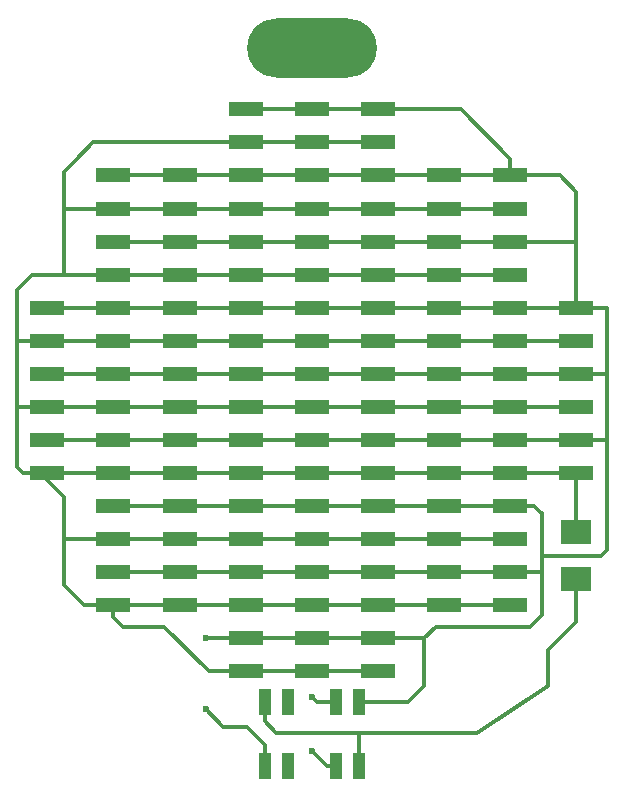
<source format=gbr>
G04 #@! TF.FileFunction,Copper,L1,Top,Signal*
%FSLAX46Y46*%
G04 Gerber Fmt 4.6, Leading zero omitted, Abs format (unit mm)*
G04 Created by KiCad (PCBNEW 4.0.7-e2-6376~58~ubuntu16.04.1) date Sat Jul 28 15:13:10 2018*
%MOMM*%
%LPD*%
G01*
G04 APERTURE LIST*
%ADD10C,0.100000*%
%ADD11O,11.000000X5.000000*%
%ADD12C,0.900000*%
%ADD13R,1.000000X2.200000*%
%ADD14R,3.000000X1.300000*%
%ADD15R,2.500000X2.000000*%
%ADD16C,0.600000*%
%ADD17C,0.300000*%
G04 APERTURE END LIST*
D10*
D11*
X100000000Y-71000000D03*
D12*
X104500000Y-71000000D03*
X104000000Y-72250000D03*
X96000000Y-72250000D03*
X95500000Y-71000000D03*
X96000000Y-69750000D03*
X104000000Y-69750000D03*
D13*
X102000000Y-126400000D03*
X104000000Y-126400000D03*
X96000000Y-126400000D03*
X98000000Y-126400000D03*
X102000000Y-131800000D03*
X104000000Y-131800000D03*
X98000000Y-131800000D03*
X96000000Y-131800000D03*
D14*
X94400000Y-76200000D03*
X94400000Y-79000000D03*
X100000000Y-76200000D03*
X100000000Y-79000000D03*
X105600000Y-76200000D03*
X105600000Y-79000000D03*
X83200000Y-81800000D03*
X83200000Y-84600000D03*
X88800000Y-81800000D03*
X88800000Y-84600000D03*
X94400000Y-81800000D03*
X94400000Y-84600000D03*
X100000000Y-81800000D03*
X100000000Y-84600000D03*
X105600000Y-81800000D03*
X105600000Y-84600000D03*
X111200000Y-81800000D03*
X111200000Y-84600000D03*
X116800000Y-81800000D03*
X116800000Y-84600000D03*
X83200000Y-87400000D03*
X83200000Y-90200000D03*
X88800000Y-87400000D03*
X88800000Y-90200000D03*
X94400000Y-87400000D03*
X94400000Y-90200000D03*
X100000000Y-87400000D03*
X100000000Y-90200000D03*
X105600000Y-87400000D03*
X105600000Y-90200000D03*
X111200000Y-87400000D03*
X111200000Y-90200000D03*
X116800000Y-87400000D03*
X116800000Y-90200000D03*
X77600000Y-93000000D03*
X77600000Y-95800000D03*
X83200000Y-93000000D03*
X83200000Y-95800000D03*
X88800000Y-93000000D03*
X88800000Y-95800000D03*
X94400000Y-93000000D03*
X94400000Y-95800000D03*
X100000000Y-93000000D03*
X100000000Y-95800000D03*
X105600000Y-93000000D03*
X105600000Y-95800000D03*
X111200000Y-93000000D03*
X111200000Y-95800000D03*
X116800000Y-93000000D03*
X116800000Y-95800000D03*
X122400000Y-93000000D03*
X122400000Y-95800000D03*
X77600000Y-98600000D03*
X77600000Y-101400000D03*
X83200000Y-98600000D03*
X83200000Y-101400000D03*
X88800000Y-98600000D03*
X88800000Y-101400000D03*
X94400000Y-98600000D03*
X94400000Y-101400000D03*
X100000000Y-98600000D03*
X100000000Y-101400000D03*
X105600000Y-98600000D03*
X105600000Y-101400000D03*
X111200000Y-98600000D03*
X111200000Y-101400000D03*
X116800000Y-98600000D03*
X116800000Y-101400000D03*
X122400000Y-98600000D03*
X122400000Y-101400000D03*
X77600000Y-104200000D03*
X77600000Y-107000000D03*
X83200000Y-104200000D03*
X83200000Y-107000000D03*
X88800000Y-104200000D03*
X88800000Y-107000000D03*
X94400000Y-104200000D03*
X94400000Y-107000000D03*
X100000000Y-104200000D03*
X100000000Y-107000000D03*
X105600000Y-104200000D03*
X105600000Y-107000000D03*
X111200000Y-104200000D03*
X111200000Y-107000000D03*
X116800000Y-104200000D03*
X116800000Y-107000000D03*
X122400000Y-104200000D03*
X122400000Y-107000000D03*
X83200000Y-109800000D03*
X83200000Y-112600000D03*
X88800000Y-109800000D03*
X88800000Y-112600000D03*
X94400000Y-109800000D03*
X94400000Y-112600000D03*
X100000000Y-109800000D03*
X100000000Y-112600000D03*
X105600000Y-109800000D03*
X105600000Y-112600000D03*
X111200000Y-109800000D03*
X111200000Y-112600000D03*
X116800000Y-109800000D03*
X116800000Y-112600000D03*
X83200000Y-115400000D03*
X83200000Y-118200000D03*
X88800000Y-115400000D03*
X88800000Y-118200000D03*
X94400000Y-115400000D03*
X94400000Y-118200000D03*
X100000000Y-115400000D03*
X100000000Y-118200000D03*
X105600000Y-115400000D03*
X105600000Y-118200000D03*
X111200000Y-115400000D03*
X111200000Y-118200000D03*
X116800000Y-115400000D03*
X116800000Y-118200000D03*
X94400000Y-121000000D03*
X94400000Y-123800000D03*
X100000000Y-121000000D03*
X100000000Y-123800000D03*
X105600000Y-121000000D03*
X105600000Y-123800000D03*
D15*
X122400000Y-116000000D03*
X122400000Y-112000000D03*
D16*
X100000000Y-130500000D03*
X100000000Y-126000000D03*
X91000000Y-121000000D03*
X91000000Y-127000000D03*
D17*
X102000000Y-131800000D02*
X101300000Y-131800000D01*
X101300000Y-131800000D02*
X100000000Y-130500000D01*
X102000000Y-126400000D02*
X100400000Y-126400000D01*
X100400000Y-126400000D02*
X100000000Y-126000000D01*
X109500000Y-121000000D02*
X110500000Y-120000000D01*
X118500000Y-120000000D02*
X119500000Y-119000000D01*
X110500000Y-120000000D02*
X118500000Y-120000000D01*
X118800000Y-109800000D02*
X119500000Y-110500000D01*
X119400000Y-110400000D02*
X119500000Y-110400000D01*
X119500000Y-110500000D02*
X119400000Y-110400000D01*
X125000000Y-108500000D02*
X125000000Y-113500000D01*
X124500000Y-114000000D02*
X119500000Y-114000000D01*
X125000000Y-113500000D02*
X124500000Y-114000000D01*
X96000000Y-131800000D02*
X96000000Y-130000000D01*
X91000000Y-121000000D02*
X94400000Y-121000000D01*
X92500000Y-128500000D02*
X91000000Y-127000000D01*
X94500000Y-128500000D02*
X92500000Y-128500000D01*
X96000000Y-130000000D02*
X94500000Y-128500000D01*
X104000000Y-126400000D02*
X108100000Y-126400000D01*
X109500000Y-125000000D02*
X109500000Y-121000000D01*
X108100000Y-126400000D02*
X109500000Y-125000000D01*
X116800000Y-98600000D02*
X122400000Y-98600000D01*
X111200000Y-98600000D02*
X116800000Y-98600000D01*
X105600000Y-98600000D02*
X111200000Y-98600000D01*
X100000000Y-98600000D02*
X105600000Y-98600000D01*
X94400000Y-98600000D02*
X100000000Y-98600000D01*
X88800000Y-98600000D02*
X94400000Y-98600000D01*
X83200000Y-98600000D02*
X88800000Y-98600000D01*
X77600000Y-98600000D02*
X83200000Y-98600000D01*
X83200000Y-93000000D02*
X88800000Y-93000000D01*
X105600000Y-109800000D02*
X111200000Y-109800000D01*
X111200000Y-109800000D02*
X116800000Y-109800000D01*
X100000000Y-109800000D02*
X105600000Y-109800000D01*
X94400000Y-109800000D02*
X100000000Y-109800000D01*
X88800000Y-109800000D02*
X94400000Y-109800000D01*
X83200000Y-109800000D02*
X88800000Y-109800000D01*
X100000000Y-121000000D02*
X105600000Y-121000000D01*
X94400000Y-121000000D02*
X100000000Y-121000000D01*
X111200000Y-115400000D02*
X116800000Y-115400000D01*
X105600000Y-115400000D02*
X111200000Y-115400000D01*
X100000000Y-115400000D02*
X105600000Y-115400000D01*
X94400000Y-115400000D02*
X100000000Y-115400000D01*
X88800000Y-115400000D02*
X94400000Y-115400000D01*
X83200000Y-115400000D02*
X88800000Y-115400000D01*
X119000000Y-115400000D02*
X119500000Y-115400000D01*
X119500000Y-115400000D02*
X119500000Y-115500000D01*
X119500000Y-115000000D02*
X119500000Y-115500000D01*
X119500000Y-114000000D02*
X119500000Y-115000000D01*
X119500000Y-110400000D02*
X119500000Y-114000000D01*
X119500000Y-115500000D02*
X119500000Y-119000000D01*
X109500000Y-121000000D02*
X105600000Y-121000000D01*
X119100000Y-115400000D02*
X119000000Y-115400000D01*
X119000000Y-115400000D02*
X116800000Y-115400000D01*
X116800000Y-104200000D02*
X122400000Y-104200000D01*
X111200000Y-104200000D02*
X116800000Y-104200000D01*
X105600000Y-104200000D02*
X111200000Y-104200000D01*
X100000000Y-104200000D02*
X105600000Y-104200000D01*
X94400000Y-104200000D02*
X100000000Y-104200000D01*
X88800000Y-104200000D02*
X94400000Y-104200000D01*
X83200000Y-104200000D02*
X88800000Y-104200000D01*
X77600000Y-104200000D02*
X83200000Y-104200000D01*
X122400000Y-98600000D02*
X125000000Y-98600000D01*
X125000000Y-98600000D02*
X125000000Y-98500000D01*
X122400000Y-104200000D02*
X125000000Y-104200000D01*
X125000000Y-104200000D02*
X125000000Y-104500000D01*
X122400000Y-93000000D02*
X125000000Y-93000000D01*
X125000000Y-93000000D02*
X125000000Y-98500000D01*
X125000000Y-98500000D02*
X125000000Y-104500000D01*
X118800000Y-109800000D02*
X116800000Y-109800000D01*
X125000000Y-104500000D02*
X125000000Y-108500000D01*
X116800000Y-87400000D02*
X122400000Y-87400000D01*
X122400000Y-87400000D02*
X122400000Y-86000000D01*
X116800000Y-81800000D02*
X121000000Y-81800000D01*
X121000000Y-81800000D02*
X122400000Y-83200000D01*
X122400000Y-83200000D02*
X122400000Y-86000000D01*
X122400000Y-86000000D02*
X122400000Y-93000000D01*
X105600000Y-76200000D02*
X112600000Y-76200000D01*
X116800000Y-80400000D02*
X116800000Y-81800000D01*
X112600000Y-76200000D02*
X116800000Y-80400000D01*
X116800000Y-93000000D02*
X122400000Y-93000000D01*
X111200000Y-93000000D02*
X116800000Y-93000000D01*
X105600000Y-93000000D02*
X111200000Y-93000000D01*
X100000000Y-93000000D02*
X105600000Y-93000000D01*
X94400000Y-93000000D02*
X100000000Y-93000000D01*
X88800000Y-93000000D02*
X94400000Y-93000000D01*
X77600000Y-93000000D02*
X83200000Y-93000000D01*
X88800000Y-87400000D02*
X83200000Y-87400000D01*
X94400000Y-87400000D02*
X88800000Y-87400000D01*
X100000000Y-87400000D02*
X94400000Y-87400000D01*
X105600000Y-87400000D02*
X100000000Y-87400000D01*
X111200000Y-87400000D02*
X105600000Y-87400000D01*
X116800000Y-87400000D02*
X111200000Y-87400000D01*
X111200000Y-81800000D02*
X116800000Y-81800000D01*
X105600000Y-81800000D02*
X111200000Y-81800000D01*
X100000000Y-81800000D02*
X105600000Y-81800000D01*
X94400000Y-81800000D02*
X100000000Y-81800000D01*
X88800000Y-81800000D02*
X94400000Y-81800000D01*
X83200000Y-81800000D02*
X88800000Y-81800000D01*
X100000000Y-76200000D02*
X105600000Y-76200000D01*
X94400000Y-76200000D02*
X100000000Y-76200000D01*
X94400000Y-123800000D02*
X91300000Y-123800000D01*
X83200000Y-119200000D02*
X83200000Y-118200000D01*
X84000000Y-120000000D02*
X83200000Y-119200000D01*
X87500000Y-120000000D02*
X84000000Y-120000000D01*
X91300000Y-123800000D02*
X87500000Y-120000000D01*
X122400000Y-107000000D02*
X122400000Y-112000000D01*
X80000000Y-84600000D02*
X79000000Y-84600000D01*
X79000000Y-84600000D02*
X79000000Y-84500000D01*
X79000000Y-85500000D02*
X79000000Y-84500000D01*
X79000000Y-90200000D02*
X79000000Y-85500000D01*
X79000000Y-84500000D02*
X79000000Y-81500000D01*
X79000000Y-81500000D02*
X79900000Y-80600000D01*
X81500000Y-79000000D02*
X94400000Y-79000000D01*
X81500000Y-79000000D02*
X79900000Y-80600000D01*
X83200000Y-118200000D02*
X80700000Y-118200000D01*
X80700000Y-118200000D02*
X79000000Y-116500000D01*
X79000000Y-116500000D02*
X79000000Y-113000000D01*
X79000000Y-113000000D02*
X79000000Y-112500000D01*
X105600000Y-95800000D02*
X111200000Y-95800000D01*
X100000000Y-95800000D02*
X105600000Y-95800000D01*
X94400000Y-95800000D02*
X100000000Y-95800000D01*
X88800000Y-95800000D02*
X94400000Y-95800000D01*
X83200000Y-95800000D02*
X88800000Y-95800000D01*
X77600000Y-95800000D02*
X83200000Y-95800000D01*
X94400000Y-90200000D02*
X100000000Y-90200000D01*
X100000000Y-90200000D02*
X105600000Y-90200000D01*
X111200000Y-112600000D02*
X116800000Y-112600000D01*
X105600000Y-112600000D02*
X111200000Y-112600000D01*
X100000000Y-112600000D02*
X105600000Y-112600000D01*
X94400000Y-112600000D02*
X100000000Y-112600000D01*
X88800000Y-112600000D02*
X94400000Y-112600000D01*
X83200000Y-112600000D02*
X88800000Y-112600000D01*
X105600000Y-107000000D02*
X100000000Y-107000000D01*
X116800000Y-101400000D02*
X122400000Y-101400000D01*
X111200000Y-101400000D02*
X116800000Y-101400000D01*
X105600000Y-101400000D02*
X111200000Y-101400000D01*
X100000000Y-101400000D02*
X105600000Y-101400000D01*
X94400000Y-101400000D02*
X100000000Y-101400000D01*
X88800000Y-101400000D02*
X94400000Y-101400000D01*
X111200000Y-107000000D02*
X105600000Y-107000000D01*
X88800000Y-118200000D02*
X83200000Y-118200000D01*
X94400000Y-118200000D02*
X88800000Y-118200000D01*
X100000000Y-118200000D02*
X94400000Y-118200000D01*
X105600000Y-118200000D02*
X100000000Y-118200000D01*
X111200000Y-118200000D02*
X105600000Y-118200000D01*
X116800000Y-118200000D02*
X111200000Y-118200000D01*
X100000000Y-123800000D02*
X94400000Y-123800000D01*
X105600000Y-123800000D02*
X100000000Y-123800000D01*
X79900000Y-84600000D02*
X80000000Y-84600000D01*
X80000000Y-84600000D02*
X83200000Y-84600000D01*
X83200000Y-107000000D02*
X77600000Y-107000000D01*
X88800000Y-107000000D02*
X83200000Y-107000000D01*
X94400000Y-107000000D02*
X88800000Y-107000000D01*
X100000000Y-107000000D02*
X94400000Y-107000000D01*
X116800000Y-107000000D02*
X111200000Y-107000000D01*
X122400000Y-107000000D02*
X116800000Y-107000000D01*
X83200000Y-101400000D02*
X77600000Y-101400000D01*
X88800000Y-101400000D02*
X83200000Y-101400000D01*
X77600000Y-101400000D02*
X75000000Y-101400000D01*
X75000000Y-101400000D02*
X75000000Y-101500000D01*
X77600000Y-95800000D02*
X75000000Y-95800000D01*
X75000000Y-95800000D02*
X75000000Y-96000000D01*
X77600000Y-107000000D02*
X75500000Y-107000000D01*
X75500000Y-107000000D02*
X75000000Y-106500000D01*
X75000000Y-106500000D02*
X75000000Y-101500000D01*
X75000000Y-101500000D02*
X75000000Y-96000000D01*
X76300000Y-90200000D02*
X79000000Y-90200000D01*
X79000000Y-90200000D02*
X83200000Y-90200000D01*
X75000000Y-96000000D02*
X75000000Y-91500000D01*
X75000000Y-91500000D02*
X76300000Y-90200000D01*
X83200000Y-112600000D02*
X79000000Y-112600000D01*
X79000000Y-112600000D02*
X79000000Y-112500000D01*
X79000000Y-112500000D02*
X79000000Y-112000000D01*
X79000000Y-109000000D02*
X77600000Y-107600000D01*
X79000000Y-112000000D02*
X79000000Y-109000000D01*
X77600000Y-107600000D02*
X77600000Y-107000000D01*
X116800000Y-95800000D02*
X111200000Y-95800000D01*
X122400000Y-95800000D02*
X116800000Y-95800000D01*
X111200000Y-90200000D02*
X116800000Y-90200000D01*
X105600000Y-90200000D02*
X111200000Y-90200000D01*
X88800000Y-90200000D02*
X94400000Y-90200000D01*
X83200000Y-90200000D02*
X88800000Y-90200000D01*
X111200000Y-84600000D02*
X116800000Y-84600000D01*
X105600000Y-84600000D02*
X111200000Y-84600000D01*
X100000000Y-84600000D02*
X105600000Y-84600000D01*
X94400000Y-84600000D02*
X100000000Y-84600000D01*
X88800000Y-84600000D02*
X94400000Y-84600000D01*
X83200000Y-84600000D02*
X88800000Y-84600000D01*
X100000000Y-79000000D02*
X105600000Y-79000000D01*
X94400000Y-79000000D02*
X100000000Y-79000000D01*
X114000000Y-129000000D02*
X120000000Y-125000000D01*
X113500000Y-129000000D02*
X114000000Y-129000000D01*
X120000000Y-125000000D02*
X120000000Y-122000000D01*
X122400000Y-116000000D02*
X122400000Y-119600000D01*
X120000000Y-122000000D02*
X122400000Y-119600000D01*
X108000000Y-129000000D02*
X113500000Y-129000000D01*
X108000000Y-129000000D02*
X104000000Y-129000000D01*
X104000000Y-129000000D02*
X104000000Y-130000000D01*
X104000000Y-130000000D02*
X104000000Y-131800000D01*
X103000000Y-129000000D02*
X104000000Y-129000000D01*
X96000000Y-126400000D02*
X96000000Y-128000000D01*
X97000000Y-129000000D02*
X103000000Y-129000000D01*
X96000000Y-128000000D02*
X97000000Y-129000000D01*
M02*

</source>
